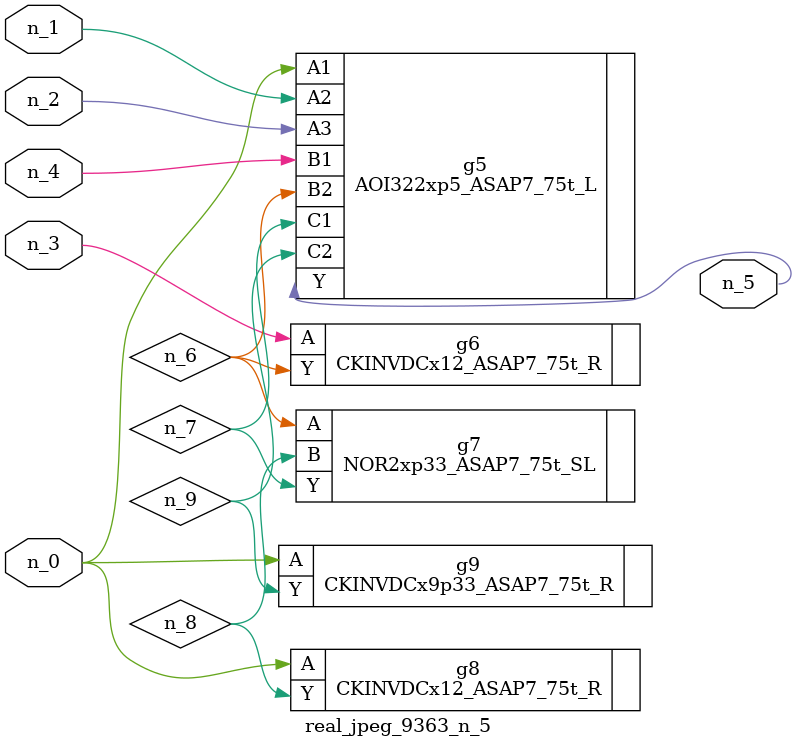
<source format=v>
module real_jpeg_9363_n_5 (n_4, n_0, n_1, n_2, n_3, n_5);

input n_4;
input n_0;
input n_1;
input n_2;
input n_3;

output n_5;

wire n_8;
wire n_6;
wire n_7;
wire n_9;

AOI322xp5_ASAP7_75t_L g5 ( 
.A1(n_0),
.A2(n_1),
.A3(n_2),
.B1(n_4),
.B2(n_6),
.C1(n_7),
.C2(n_9),
.Y(n_5)
);

CKINVDCx12_ASAP7_75t_R g8 ( 
.A(n_0),
.Y(n_8)
);

CKINVDCx9p33_ASAP7_75t_R g9 ( 
.A(n_0),
.Y(n_9)
);

CKINVDCx12_ASAP7_75t_R g6 ( 
.A(n_3),
.Y(n_6)
);

NOR2xp33_ASAP7_75t_SL g7 ( 
.A(n_6),
.B(n_8),
.Y(n_7)
);


endmodule
</source>
